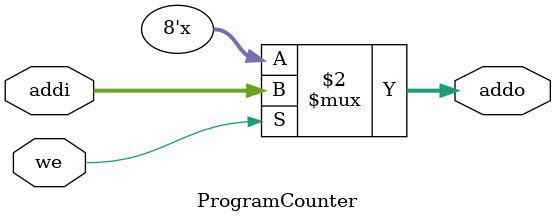
<source format=v>
module ProgramCounter (
    input [7:0] addi,
	input we,
    output reg [7:0] addo 
);

always@(*) begin
	if (we) begin 
		addo <= addi;
	end
end

endmodule
</source>
